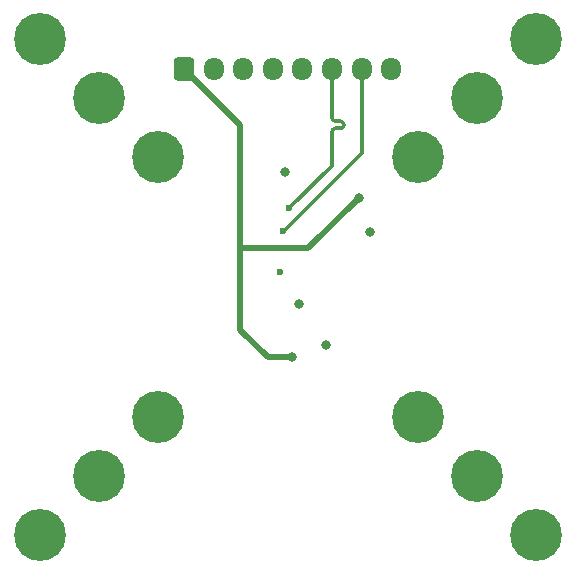
<source format=gbr>
%TF.GenerationSoftware,KiCad,Pcbnew,(6.0.0)*%
%TF.CreationDate,2022-01-20T18:02:09+07:00*%
%TF.ProjectId,CubeSat Encoder,43756265-5361-4742-9045-6e636f646572,rev?*%
%TF.SameCoordinates,Original*%
%TF.FileFunction,Copper,L4,Bot*%
%TF.FilePolarity,Positive*%
%FSLAX46Y46*%
G04 Gerber Fmt 4.6, Leading zero omitted, Abs format (unit mm)*
G04 Created by KiCad (PCBNEW (6.0.0)) date 2022-01-20 18:02:09*
%MOMM*%
%LPD*%
G01*
G04 APERTURE LIST*
G04 Aperture macros list*
%AMRoundRect*
0 Rectangle with rounded corners*
0 $1 Rounding radius*
0 $2 $3 $4 $5 $6 $7 $8 $9 X,Y pos of 4 corners*
0 Add a 4 corners polygon primitive as box body*
4,1,4,$2,$3,$4,$5,$6,$7,$8,$9,$2,$3,0*
0 Add four circle primitives for the rounded corners*
1,1,$1+$1,$2,$3*
1,1,$1+$1,$4,$5*
1,1,$1+$1,$6,$7*
1,1,$1+$1,$8,$9*
0 Add four rect primitives between the rounded corners*
20,1,$1+$1,$2,$3,$4,$5,0*
20,1,$1+$1,$4,$5,$6,$7,0*
20,1,$1+$1,$6,$7,$8,$9,0*
20,1,$1+$1,$8,$9,$2,$3,0*%
G04 Aperture macros list end*
%TA.AperFunction,ComponentPad*%
%ADD10C,4.400000*%
%TD*%
%TA.AperFunction,ComponentPad*%
%ADD11C,0.700000*%
%TD*%
%TA.AperFunction,ComponentPad*%
%ADD12RoundRect,0.250000X-0.600000X-0.725000X0.600000X-0.725000X0.600000X0.725000X-0.600000X0.725000X0*%
%TD*%
%TA.AperFunction,ComponentPad*%
%ADD13O,1.700000X1.950000*%
%TD*%
%TA.AperFunction,ViaPad*%
%ADD14C,0.800000*%
%TD*%
%TA.AperFunction,ViaPad*%
%ADD15C,0.600000*%
%TD*%
%TA.AperFunction,Conductor*%
%ADD16C,0.500000*%
%TD*%
%TA.AperFunction,Conductor*%
%ADD17C,0.300000*%
%TD*%
G04 APERTURE END LIST*
D10*
%TO.P,H12,1,1*%
%TO.N,GND*%
X125000000Y-55000000D03*
D11*
X126650000Y-55000000D03*
X126166726Y-56166726D03*
X125000000Y-56650000D03*
X123833274Y-56166726D03*
X123350000Y-55000000D03*
X123833274Y-53833274D03*
X125000000Y-53350000D03*
X126166726Y-53833274D03*
%TD*%
D10*
%TO.P,H11,1,1*%
%TO.N,GND*%
X125000000Y-87000000D03*
D11*
X126650000Y-87000000D03*
X126166726Y-88166726D03*
X125000000Y-88650000D03*
X123833274Y-88166726D03*
X123350000Y-87000000D03*
X123833274Y-85833274D03*
X125000000Y-85350000D03*
X126166726Y-85833274D03*
%TD*%
D10*
%TO.P,H10,1,1*%
%TO.N,GND*%
X157000000Y-87000000D03*
D11*
X158650000Y-87000000D03*
X158166726Y-88166726D03*
X157000000Y-88650000D03*
X155833274Y-88166726D03*
X155350000Y-87000000D03*
X155833274Y-85833274D03*
X157000000Y-85350000D03*
X158166726Y-85833274D03*
%TD*%
D10*
%TO.P,H9,1,1*%
%TO.N,GND*%
X157000000Y-55000000D03*
D11*
X158650000Y-55000000D03*
X158166726Y-56166726D03*
X157000000Y-56650000D03*
X155833274Y-56166726D03*
X155350000Y-55000000D03*
X155833274Y-53833274D03*
X157000000Y-53350000D03*
X158166726Y-53833274D03*
%TD*%
D10*
%TO.P,H8,1,1*%
%TO.N,GND*%
X120000000Y-92000000D03*
D11*
X121650000Y-92000000D03*
X121166726Y-93166726D03*
X120000000Y-93650000D03*
X118833274Y-93166726D03*
X118350000Y-92000000D03*
X118833274Y-90833274D03*
X120000000Y-90350000D03*
X121166726Y-90833274D03*
%TD*%
D10*
%TO.P,H7,1,1*%
%TO.N,GND*%
X162000000Y-92000000D03*
D11*
X163650000Y-92000000D03*
X163166726Y-93166726D03*
X162000000Y-93650000D03*
X160833274Y-93166726D03*
X160350000Y-92000000D03*
X160833274Y-90833274D03*
X162000000Y-90350000D03*
X163166726Y-90833274D03*
%TD*%
D10*
%TO.P,H6,1,1*%
%TO.N,GND*%
X120000000Y-50000000D03*
D11*
X121650000Y-50000000D03*
X121166726Y-51166726D03*
X120000000Y-51650000D03*
X118833274Y-51166726D03*
X118350000Y-50000000D03*
X118833274Y-48833274D03*
X120000000Y-48350000D03*
X121166726Y-48833274D03*
%TD*%
D10*
%TO.P,H5,1,1*%
%TO.N,GND*%
X162000000Y-50000000D03*
D11*
X163650000Y-50000000D03*
X163166726Y-51166726D03*
X162000000Y-51650000D03*
X160833274Y-51166726D03*
X160350000Y-50000000D03*
X160833274Y-48833274D03*
X162000000Y-48350000D03*
X163166726Y-48833274D03*
%TD*%
%TO.P,H2,1,1*%
%TO.N,GND*%
X131650000Y-82000000D03*
D10*
X130000000Y-82000000D03*
D11*
X128350000Y-82000000D03*
X130000000Y-80350000D03*
X131166726Y-83166726D03*
X128833274Y-80833274D03*
X130000000Y-83650000D03*
X131166726Y-80833274D03*
X128833274Y-83166726D03*
%TD*%
%TO.P,H1,1,1*%
%TO.N,GND*%
X128350000Y-60000000D03*
X131166726Y-58833274D03*
X128833274Y-61166726D03*
X131650000Y-60000000D03*
X131166726Y-61166726D03*
X130000000Y-58350000D03*
D10*
X130000000Y-60000000D03*
D11*
X128833274Y-58833274D03*
X130000000Y-61650000D03*
%TD*%
%TO.P,H3,1,1*%
%TO.N,GND*%
X150833274Y-58833274D03*
X150833274Y-61166726D03*
X150350000Y-60000000D03*
X153166726Y-61166726D03*
X153166726Y-58833274D03*
X152000000Y-61650000D03*
X153650000Y-60000000D03*
D10*
X152000000Y-60000000D03*
D11*
X152000000Y-58350000D03*
%TD*%
%TO.P,H4,1,1*%
%TO.N,GND*%
X150833274Y-83166726D03*
X150833274Y-80833274D03*
D10*
X152000000Y-82000000D03*
D11*
X150350000Y-82000000D03*
X152000000Y-83650000D03*
X152000000Y-80350000D03*
X153166726Y-80833274D03*
X153166726Y-83166726D03*
X153650000Y-82000000D03*
%TD*%
D12*
%TO.P,J1,1,Pin_1*%
%TO.N,+3V3*%
X132250000Y-52550000D03*
D13*
%TO.P,J1,2,Pin_2*%
%TO.N,GND*%
X134750000Y-52550000D03*
%TO.P,J1,3,Pin_3*%
%TO.N,/A*%
X137250000Y-52550000D03*
%TO.P,J1,4,Pin_4*%
%TO.N,/B*%
X139750000Y-52550000D03*
%TO.P,J1,5,Pin_5*%
%TO.N,/CLK*%
X142250000Y-52550000D03*
%TO.P,J1,6,Pin_6*%
%TO.N,/MISO*%
X144750000Y-52550000D03*
%TO.P,J1,7,Pin_7*%
%TO.N,/MOSI*%
X147250000Y-52550000D03*
%TO.P,J1,8,Pin_8*%
%TO.N,/CS*%
X149750000Y-52550000D03*
%TD*%
D14*
%TO.N,+3V3*%
X147000000Y-63400000D03*
X141400000Y-76900000D03*
D15*
%TO.N,GND*%
X140350000Y-69680000D03*
D14*
X148000000Y-66300000D03*
X141987701Y-72402299D03*
X144240000Y-75860000D03*
X140800000Y-61200000D03*
D15*
%TO.N,/MOSI*%
X140575000Y-66200000D03*
%TO.N,/MISO*%
X141150000Y-64300000D03*
%TD*%
D16*
%TO.N,+3V3*%
X137000000Y-67700000D02*
X137000000Y-74600000D01*
X139300000Y-76900000D02*
X141400000Y-76900000D01*
X142700000Y-67700000D02*
X147000000Y-63400000D01*
X137000000Y-67700000D02*
X142700000Y-67700000D01*
X137000000Y-57300000D02*
X137000000Y-67700000D01*
X132250000Y-52550000D02*
X137000000Y-57300000D01*
X137000000Y-74600000D02*
X139300000Y-76900000D01*
D17*
%TO.N,/MOSI*%
X140668548Y-66200000D02*
X147250000Y-59618548D01*
X147250000Y-59618548D02*
X147250000Y-52550000D01*
X140575000Y-66200000D02*
X140668548Y-66200000D01*
%TO.N,/MISO*%
X141150000Y-64300000D02*
X144750000Y-60700000D01*
X145450000Y-56950000D02*
X145050000Y-56950000D01*
X145050000Y-57550000D02*
X145450000Y-57550000D01*
X144750000Y-60700000D02*
X144750000Y-57850000D01*
X144750000Y-56650000D02*
X144750000Y-56600000D01*
X144750000Y-56600000D02*
X144750000Y-52550000D01*
X145050000Y-57550000D02*
G75*
G03*
X144750000Y-57850000I0J-300000D01*
G01*
X145450000Y-56950000D02*
G75*
G02*
X145750000Y-57250000I0J-300000D01*
G01*
X144750000Y-56650000D02*
G75*
G03*
X145050000Y-56950000I300000J0D01*
G01*
X145750000Y-57250000D02*
G75*
G02*
X145450000Y-57550000I-300000J0D01*
G01*
%TD*%
M02*

</source>
